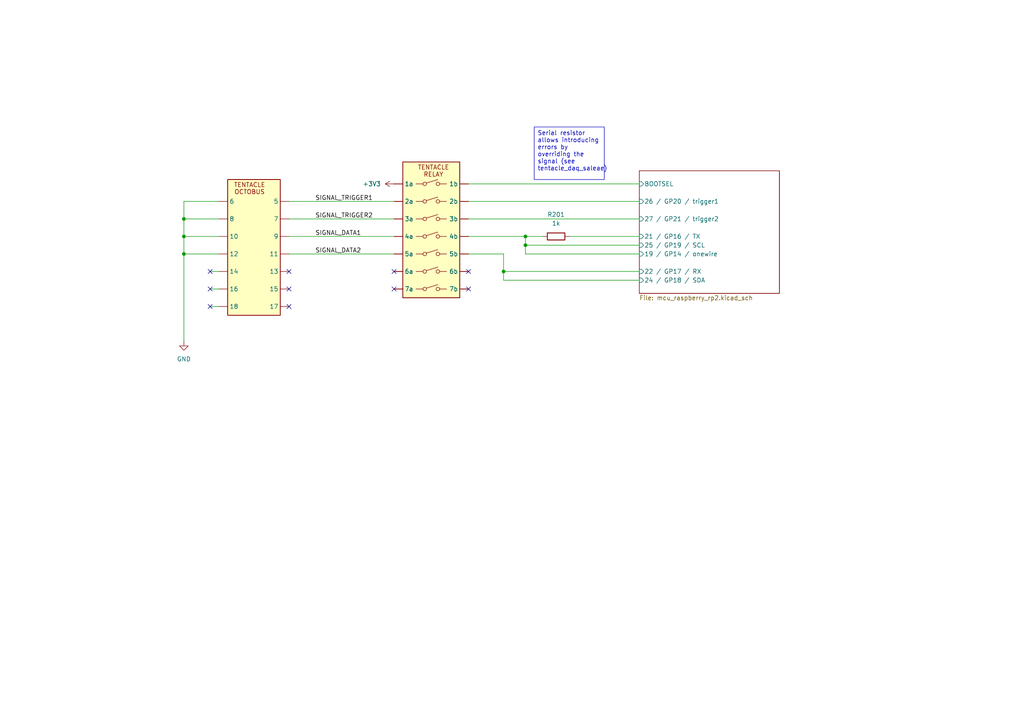
<source format=kicad_sch>
(kicad_sch (version 20231120) (generator "eeschema") (generator_version "8.0")
  (paper "A4")
  (title_block (title "tentacle_MCU_raspberry_pico") (date "2024-07-16") (company "Hans Märki, Märki Informatik") (comment 1 "The MIT License (MIT)"))
  (lib_symbols
    (symbol "00_project_library:tentacle_octobus" (pin_numbers hide)
      (property "Reference" "T" (at -27.432 29.718 0))
      (property "Value" "tentacle_octobus" (at 1.27 3.81 0))
      (symbol "tentacle_octobus_1_1"
        (rectangle (start 0 0) (end 15.24 -39.37) (stroke (width 0.254)) (fill (type background)))
        (text "TENTACLE\nOCTOBUS" (at 6.35 -2.54 0) (effects (font (size 1.27 1.27))))
        (pin passive line (at -2.54 -16.51 0) (length 2.54) (name "10") (number "10"))
        (pin passive line (at 17.78 -21.59 180) (length 2.54) (name "11") (number "11"))
        (pin passive line (at -2.54 -21.59 0) (length 2.54) (name "12") (number "12"))
        (pin passive line (at 17.78 -26.67 180) (length 2.54) (name "13") (number "13"))
        (pin passive line (at -2.54 -26.67 0) (length 2.54) (name "14") (number "14"))
        (pin passive line (at 17.78 -31.75 180) (length 2.54) (name "15") (number "15"))
        (pin passive line (at -2.54 -31.75 0) (length 2.54) (name "16") (number "16"))
        (pin passive line (at 17.78 -36.83 180) (length 2.54) (name "17") (number "17"))
        (pin passive line (at -2.54 -36.83 0) (length 2.54) (name "18") (number "18"))
        (pin passive line (at 17.78 -6.35 180) (length 2.54) (name "5") (number "5"))
        (pin passive line (at -2.54 -6.35 0) (length 2.54) (name "6") (number "6"))
        (pin passive line (at 17.78 -11.43 180) (length 2.54) (name "7") (number "7"))
        (pin passive line (at -2.54 -11.43 0) (length 2.54) (name "8") (number "8"))
        (pin passive line (at 17.78 -16.51 180) (length 2.54) (name "9") (number "9"))
      )
    )
    (symbol "Device:R" (pin_numbers hide) (pin_names (offset 0))
      (property "Reference" "R" (at 2.032 0 90))
      (property "Value" "R" (at 0 0 90))
      (symbol "R_0_1"
        (rectangle (start -1.016 -2.54) (end 1.016 2.54) (stroke (width 0.254)))
      )
      (symbol "R_1_1"
        (pin passive line (at 0 3.81 270) (length 1.27) (name "~") (number "1"))
        (pin passive line (at 0 -3.81 90) (length 1.27) (name "~") (number "2"))
      )
    )
    (symbol "power:+3V3" (power) (pin_numbers hide) (pin_names (offset 0) hide)
      (property "Value" "+3V3" (at 0 3.556 0))
      (symbol "+3V3_0_1"
        (polyline (pts (xy -0.762 1.27) (xy 0 2.54)))
        (polyline (pts (xy 0 0) (xy 0 2.54)))
        (polyline (pts (xy 0 2.54) (xy 0.762 1.27)))
      )
      (symbol "+3V3_1_1"
        (pin power_in line (at 0 0 90) (length 0) (name "~") (number "1"))
      )
    )
    (symbol "power:GND" (power) (pin_numbers hide) (pin_names (offset 0) hide)
      (property "Value" "GND" (at 0 -3.81 0))
      (symbol "GND_0_1"
        (polyline (pts (xy 0 0) (xy 0 -1.27) (xy 1.27 -1.27) (xy 0 -2.54) (xy -1.27 -1.27) (xy 0 -1.27)))
      )
      (symbol "GND_1_1"
        (pin power_in line (at 0 0 270) (length 0) (name "~") (number "1"))
      )
    )
    (symbol "tentacle_relay_1" (pin_numbers hide)
      (property "Reference" "T" (at -27.432 29.718 0))
      (property "Value" "tentacle_relay" (at 3.81 2.54 0))
      (symbol "tentacle_relay_1_0_1"
        (polyline (pts (xy 5.842 -36.83) (xy 3.81 -36.83)))
        (polyline (pts (xy 5.842 -31.75) (xy 3.81 -31.75)))
        (polyline (pts (xy 5.842 -26.67) (xy 3.81 -26.67)))
        (polyline (pts (xy 5.842 -21.59) (xy 3.81 -21.59)))
        (polyline (pts (xy 5.842 -16.51) (xy 3.81 -16.51)))
        (polyline (pts (xy 5.842 -11.43) (xy 3.81 -11.43)))
        (polyline (pts (xy 5.842 -6.35) (xy 3.81 -6.35)))
        (polyline (pts (xy 6.858 -36.576) (xy 10.16 -35.56)))
        (polyline (pts (xy 6.858 -31.496) (xy 10.16 -30.48)))
        (polyline (pts (xy 6.858 -26.416) (xy 10.16 -25.4)))
        (polyline (pts (xy 6.858 -21.336) (xy 10.16 -20.32)))
        (polyline (pts (xy 6.858 -16.256) (xy 10.16 -15.24)))
        (polyline (pts (xy 6.858 -11.176) (xy 10.16 -10.16)))
        (polyline (pts (xy 6.858 -6.096) (xy 10.16 -5.08)))
        (polyline (pts (xy 12.7 -36.83) (xy 10.668 -36.83)))
        (polyline (pts (xy 12.7 -31.75) (xy 10.668 -31.75)))
        (polyline (pts (xy 12.7 -26.67) (xy 10.668 -26.67)))
        (polyline (pts (xy 12.7 -21.59) (xy 10.668 -21.59)))
        (polyline (pts (xy 12.7 -16.51) (xy 10.668 -16.51)))
        (polyline (pts (xy 12.7 -11.43) (xy 10.668 -11.43)))
        (polyline (pts (xy 12.7 -6.35) (xy 10.668 -6.35)))
        (circle (center 6.35 -36.83) (radius 0.508))
        (circle (center 6.35 -31.75) (radius 0.508))
        (circle (center 6.35 -26.67) (radius 0.508))
        (circle (center 6.35 -21.59) (radius 0.508))
        (circle (center 6.35 -16.51) (radius 0.508))
        (circle (center 6.35 -11.43) (radius 0.508))
        (circle (center 6.35 -6.35) (radius 0.508))
        (circle (center 10.16 -36.83) (radius 0.508))
        (circle (center 10.16 -31.75) (radius 0.508))
        (circle (center 10.16 -26.67) (radius 0.508))
        (circle (center 10.16 -21.59) (radius 0.508))
        (circle (center 10.16 -16.51) (radius 0.508))
        (circle (center 10.16 -11.43) (radius 0.508))
        (circle (center 10.16 -6.35) (radius 0.508))
      )
      (symbol "tentacle_relay_1_1_1"
        (rectangle (start 0 0) (end 16.51 -39.37) (stroke (width 0.254)) (fill (type background)))
        (text "TENTACLE\nRELAY" (at 8.89 -2.54 0) (effects (font (size 1.27 1.27))))
        (pin passive line (at -2.54 -6.35 0) (length 2.54) (name "1a") (number ""))
        (pin passive line (at 19.05 -6.35 180) (length 2.54) (name "1b") (number ""))
        (pin passive line (at -2.54 -11.43 0) (length 2.54) (name "2a") (number ""))
        (pin passive line (at 19.05 -11.43 180) (length 2.54) (name "2b") (number ""))
        (pin passive line (at -2.54 -16.51 0) (length 2.54) (name "3a") (number ""))
        (pin passive line (at 19.05 -16.51 180) (length 2.54) (name "3b") (number ""))
        (pin passive line (at -2.54 -21.59 0) (length 2.54) (name "4a") (number ""))
        (pin passive line (at 19.05 -21.59 180) (length 2.54) (name "4b") (number ""))
        (pin passive line (at -2.54 -26.67 0) (length 2.54) (name "5a") (number ""))
        (pin passive line (at 19.05 -26.67 180) (length 2.54) (name "5b") (number ""))
        (pin passive line (at -2.54 -31.75 0) (length 2.54) (name "6a") (number ""))
        (pin passive line (at 19.05 -31.75 180) (length 2.54) (name "6b") (number ""))
        (pin passive line (at -2.54 -36.83 0) (length 2.54) (name "7a") (number ""))
        (pin passive line (at 19.05 -36.83 180) (length 2.54) (name "7b") (number ""))
      )
    )
  )
  (junction (at 53.34 73.66))
  (junction (at 53.34 63.5))
  (junction (at 53.34 68.58))
  (junction (at 152.4 71.12))
  (junction (at 146.05 78.74))
  (junction (at 152.4 68.58))
  (no_connect (at 135.89 78.74))
  (no_connect (at 114.3 83.82))
  (no_connect (at 83.82 88.9))
  (no_connect (at 114.3 78.74))
  (no_connect (at 60.96 88.9))
  (no_connect (at 60.96 78.74))
  (no_connect (at 135.89 83.82))
  (no_connect (at 60.96 83.82))
  (no_connect (at 83.82 78.74))
  (no_connect (at 83.82 83.82))
  (wire (pts (xy 83.82 73.66) (xy 114.3 73.66)))
  (wire (pts (xy 146.05 81.28) (xy 185.42 81.28)))
  (wire (pts (xy 53.34 68.58) (xy 63.5 68.58)))
  (wire (pts (xy 146.05 78.74) (xy 185.42 78.74)))
  (wire (pts (xy 53.34 73.66) (xy 63.5 73.66)))
  (wire (pts (xy 53.34 68.58) (xy 53.34 63.5)))
  (wire (pts (xy 83.82 63.5) (xy 114.3 63.5)))
  (wire (pts (xy 53.34 73.66) (xy 53.34 99.06)))
  (wire (pts (xy 135.89 58.42) (xy 185.42 58.42)))
  (wire (pts (xy 135.89 68.58) (xy 152.4 68.58)))
  (wire (pts (xy 152.4 68.58) (xy 157.48 68.58)))
  (wire (pts (xy 53.34 58.42) (xy 63.5 58.42)))
  (wire (pts (xy 83.82 68.58) (xy 114.3 68.58)))
  (wire (pts (xy 146.05 73.66) (xy 146.05 78.74)))
  (wire (pts (xy 146.05 78.74) (xy 146.05 81.28)))
  (wire (pts (xy 53.34 63.5) (xy 53.34 58.42)))
  (wire (pts (xy 60.96 83.82) (xy 63.5 83.82)))
  (wire (pts (xy 135.89 63.5) (xy 185.42 63.5)))
  (wire (pts (xy 135.89 73.66) (xy 146.05 73.66)))
  (wire (pts (xy 185.42 73.66) (xy 152.4 73.66)))
  (wire (pts (xy 135.89 53.34) (xy 185.42 53.34)))
  (wire (pts (xy 165.1 68.58) (xy 185.42 68.58)))
  (wire (pts (xy 53.34 73.66) (xy 53.34 68.58)))
  (wire (pts (xy 152.4 73.66) (xy 152.4 71.12)))
  (wire (pts (xy 152.4 71.12) (xy 185.42 71.12)))
  (wire (pts (xy 60.96 78.74) (xy 63.5 78.74)))
  (wire (pts (xy 53.34 63.5) (xy 63.5 63.5)))
  (wire (pts (xy 152.4 71.12) (xy 152.4 68.58)))
  (wire (pts (xy 60.96 88.9) (xy 63.5 88.9)))
  (wire (pts (xy 83.82 58.42) (xy 114.3 58.42)))
  (text_box "Serial resistor allows introducing errors by overriding the signal (see tentacle_daq_saleae)" (at 154.94 36.83 0) (size 20.32 15.24) (effects (font (size 1.27 1.27)) (justify left top)))
  (text "${SHEETNAME}" (at 76.708 31.75 0) (effects (font (size 2.54 2.54) (thickness 0.508) (bold yes))))
  (label "SIGNAL_TRIGGER1" (at 91.44 58.42 0))
  (label "SIGNAL_DATA2" (at 91.44 73.66 0))
  (label "SIGNAL_TRIGGER2" (at 91.44 63.5 0))
  (label "SIGNAL_DATA1" (at 91.44 68.58 0))
  (symbol (lib_id "00_project_library:tentacle_octobus") (at 66.04 52.07 0) (unit 1)
    (property "Reference" "T201" (effects (hide yes)))
    (property "Value" "tentacle_octobus" (effects (hide yes)))
  )
  (symbol (lib_id "Device:R") (at 161.29 68.58 90) (unit 1)
    (property "Reference" "R201" (at 161.29 62.23 90))
    (property "Value" "1k" (at 161.29 64.77 90))
    (property "Description" "Resistor" (effects (hide yes)))
  )
  (symbol (lib_id "power:GND") (at 53.34 99.06 0) (unit 1)
    (property "Reference" "#PWR0201" (effects (hide yes)))
    (property "Value" "GND" (at 53.34 104.14 0))
    (property "Description" "Power symbol creates a global label with name \"GND\" , ground" (effects (hide yes)))
  )
  (symbol (lib_id "power:+3V3") (at 114.3 53.34 90) (unit 1)
    (property "Reference" "#PWR0202" (effects (hide yes)))
    (property "Value" "+3V3" (at 110.49 53.3399 90) (effects (justify left)))
    (property "Description" "Power symbol creates a global label with name \"+3V3\"" (effects (hide yes)))
  )
  (symbol (lib_name "tentacle_relay_1") (lib_id "00_project_library:tentacle_relay") (at 116.84 46.99 0) (unit 1)
    (property "Reference" "T202" (effects (hide yes)))
    (property "Value" "tentacle_relay" (effects (hide yes)))
  )
  (sheet (at 185.42 49.53) (size 40.64 35.56) (stroke (width 0.1524))
    (property "Sheetname" "raspberry rp3" (effects (hide yes)))
    (property "Sheetfile" "mcu_raspberry_rp2.kicad_sch" (at 185.42 85.6746 0) (effects (justify left top)))
    (pin "21 {slash} GP16 {slash} TX" input (at 185.42 68.58 180))
    (pin "26 {slash} GP20 {slash} trigger1" input (at 185.42 58.42 180))
    (pin "BOOTSEL" input (at 185.42 53.34 180))
    (pin "27 {slash} GP21 {slash} trigger2" input (at 185.42 63.5 180))
    (pin "22 {slash} GP17 {slash} RX" input (at 185.42 78.74 180))
    (pin "24 {slash} GP18 {slash} SDA" input (at 185.42 81.28 180))
    (pin "25 {slash} GP19 {slash} SCL" input (at 185.42 71.12 180))
    (pin "19 {slash} GP14 {slash} onewire" input (at 185.42 73.66 180))
  )
)
</source>
